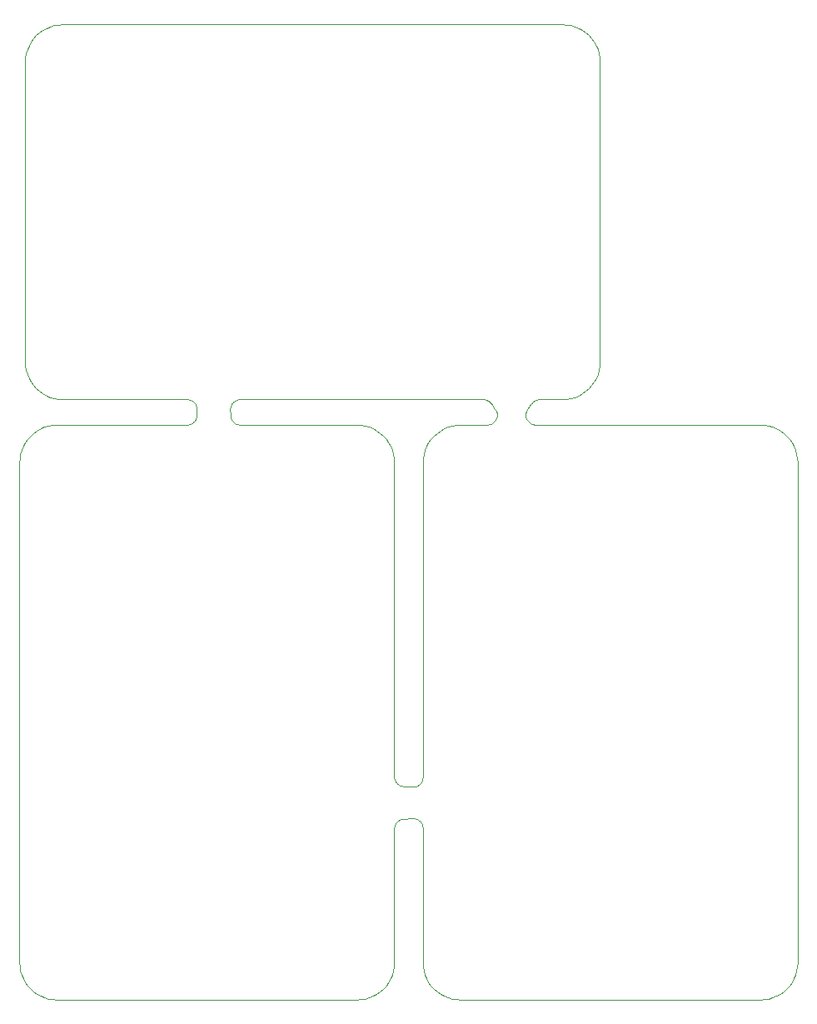
<source format=gko>
%MOIN*%
%OFA0B0*%
%FSLAX44Y44*%
%IPPOS*%
%LPD*%
%ADD10C,0*%
D10*
X00008827Y00024015D02*
X00008827Y00024015D01*
X00018553Y00024015D01*
X00018571Y00024015D01*
X00018590Y00024013D01*
X00018608Y00024011D01*
X00018627Y00024008D01*
X00018645Y00024004D01*
X00018663Y00024000D01*
X00018681Y00023994D01*
X00018698Y00023987D01*
X00018715Y00023980D01*
X00018732Y00023972D01*
X00018748Y00023963D01*
X00018764Y00023954D01*
X00018780Y00023943D01*
X00018795Y00023932D01*
X00018809Y00023920D01*
X00018823Y00023908D01*
X00018836Y00023895D01*
X00018849Y00023881D01*
X00018861Y00023867D01*
X00018872Y00023852D01*
X00019037Y00023624D01*
X00019060Y00023587D01*
X00019079Y00023549D01*
X00019094Y00023508D01*
X00019105Y00023466D01*
X00019110Y00023423D01*
X00019111Y00023380D01*
X00019107Y00023337D01*
X00019099Y00023295D01*
X00019086Y00023254D01*
X00019068Y00023214D01*
X00019046Y00023177D01*
X00019021Y00023142D01*
X00018991Y00023110D01*
X00018959Y00023082D01*
X00018923Y00023057D01*
X00018885Y00023037D01*
X00018845Y00023021D01*
X00018803Y00023009D01*
X00018761Y00023002D01*
X00018718Y00023000D01*
X00017641Y00023000D01*
X00017473Y00022990D01*
X00017307Y00022962D01*
X00017146Y00022915D01*
X00016990Y00022851D01*
X00016843Y00022770D01*
X00016706Y00022672D01*
X00016581Y00022560D01*
X00016468Y00022435D01*
X00016371Y00022298D01*
X00016290Y00022150D01*
X00016225Y00021995D01*
X00016179Y00021833D01*
X00016151Y00021667D01*
X00016141Y00021500D01*
X00016141Y00008907D01*
X00016140Y00008875D01*
X00016136Y00008843D01*
X00016130Y00008812D01*
X00016121Y00008781D01*
X00016109Y00008751D01*
X00016095Y00008722D01*
X00016079Y00008695D01*
X00016061Y00008668D01*
X00016040Y00008644D01*
X00016018Y00008621D01*
X00015994Y00008600D01*
X00015968Y00008581D01*
X00015940Y00008564D01*
X00015912Y00008549D01*
X00015882Y00008537D01*
X00015852Y00008527D01*
X00015821Y00008520D01*
X00015789Y00008515D01*
X00015757Y00008513D01*
X00015725Y00008514D01*
X00015370Y00008534D01*
X00015341Y00008537D01*
X00015311Y00008542D01*
X00015283Y00008550D01*
X00015254Y00008559D01*
X00015227Y00008571D01*
X00015200Y00008584D01*
X00015175Y00008600D01*
X00015151Y00008617D01*
X00015128Y00008636D01*
X00015107Y00008657D01*
X00015087Y00008680D01*
X00015069Y00008703D01*
X00015053Y00008729D01*
X00015039Y00008755D01*
X00015027Y00008782D01*
X00015017Y00008810D01*
X00015010Y00008839D01*
X00015004Y00008868D01*
X00015001Y00008898D01*
X00015000Y00008927D01*
X00015000Y00021500D01*
X00014990Y00021667D01*
X00014962Y00021833D01*
X00014915Y00021995D01*
X00014851Y00022150D01*
X00014770Y00022298D01*
X00014672Y00022435D01*
X00014560Y00022560D01*
X00014435Y00022672D01*
X00014298Y00022770D01*
X00014150Y00022851D01*
X00013995Y00022915D01*
X00013833Y00022962D01*
X00013667Y00022990D01*
X00013500Y00023000D01*
X00008835Y00023000D01*
X00008804Y00023001D01*
X00008774Y00023004D01*
X00008745Y00023010D01*
X00008715Y00023018D01*
X00008687Y00023028D01*
X00008659Y00023041D01*
X00008633Y00023055D01*
X00008608Y00023072D01*
X00008584Y00023090D01*
X00008561Y00023110D01*
X00008540Y00023132D01*
X00008521Y00023155D01*
X00008504Y00023180D01*
X00008488Y00023206D01*
X00008475Y00023233D01*
X00008464Y00023261D01*
X00008455Y00023290D01*
X00008448Y00023319D01*
X00008443Y00023349D01*
X00008441Y00023380D01*
X00008433Y00023608D01*
X00008433Y00023639D01*
X00008436Y00023671D01*
X00008441Y00023702D01*
X00008449Y00023733D01*
X00008459Y00023763D01*
X00008472Y00023792D01*
X00008486Y00023820D01*
X00008503Y00023846D01*
X00008522Y00023871D01*
X00008543Y00023895D01*
X00008566Y00023917D01*
X00008591Y00023937D01*
X00008617Y00023955D01*
X00008644Y00023970D01*
X00008673Y00023984D01*
X00008702Y00023995D01*
X00008733Y00024004D01*
X00008764Y00024010D01*
X00008795Y00024014D01*
X00008827Y00024015D01*
X00020816Y00024015D02*
X00020816Y00024015D01*
X00021728Y00024015D01*
X00021896Y00024025D01*
X00022062Y00024053D01*
X00022223Y00024099D01*
X00022379Y00024164D01*
X00022526Y00024245D01*
X00022663Y00024343D01*
X00022789Y00024455D01*
X00022901Y00024580D01*
X00022998Y00024717D01*
X00023079Y00024864D01*
X00023144Y00025020D01*
X00023190Y00025181D01*
X00023218Y00025347D01*
X00023228Y00025515D01*
X00023228Y00037515D01*
X00023218Y00037683D01*
X00023190Y00037849D01*
X00023144Y00038011D01*
X00023079Y00038166D01*
X00022998Y00038313D01*
X00022901Y00038450D01*
X00022789Y00038576D01*
X00022663Y00038688D01*
X00022526Y00038785D01*
X00022379Y00038867D01*
X00022223Y00038931D01*
X00022062Y00038978D01*
X00021896Y00039006D01*
X00021728Y00039015D01*
X00001728Y00039015D01*
X00001560Y00039006D01*
X00001394Y00038978D01*
X00001232Y00038931D01*
X00001077Y00038867D01*
X00000930Y00038785D01*
X00000793Y00038688D01*
X00000667Y00038576D01*
X00000555Y00038450D01*
X00000458Y00038313D01*
X00000376Y00038166D01*
X00000312Y00038011D01*
X00000265Y00037849D01*
X00000237Y00037683D01*
X00000228Y00037515D01*
X00000228Y00025515D01*
X00000237Y00025347D01*
X00000265Y00025181D01*
X00000312Y00025020D01*
X00000376Y00024864D01*
X00000458Y00024717D01*
X00000555Y00024580D01*
X00000667Y00024455D01*
X00000793Y00024343D01*
X00000930Y00024245D01*
X00001077Y00024164D01*
X00001232Y00024099D01*
X00001394Y00024053D01*
X00001560Y00024025D01*
X00001728Y00024015D01*
X00006702Y00024015D01*
X00006733Y00024014D01*
X00006765Y00024010D01*
X00006796Y00024004D01*
X00006826Y00023995D01*
X00006856Y00023984D01*
X00006884Y00023970D01*
X00006912Y00023955D01*
X00006938Y00023937D01*
X00006962Y00023917D01*
X00006985Y00023895D01*
X00007006Y00023871D01*
X00007025Y00023846D01*
X00007042Y00023820D01*
X00007057Y00023792D01*
X00007069Y00023763D01*
X00007080Y00023733D01*
X00007087Y00023702D01*
X00007093Y00023671D01*
X00007095Y00023639D01*
X00007095Y00023608D01*
X00007087Y00023380D01*
X00007085Y00023349D01*
X00007081Y00023319D01*
X00007074Y00023290D01*
X00007065Y00023261D01*
X00007054Y00023233D01*
X00007040Y00023206D01*
X00007025Y00023180D01*
X00007008Y00023155D01*
X00006988Y00023132D01*
X00006967Y00023110D01*
X00006945Y00023090D01*
X00006921Y00023072D01*
X00006896Y00023055D01*
X00006869Y00023041D01*
X00006841Y00023028D01*
X00006813Y00023018D01*
X00006784Y00023010D01*
X00006754Y00023004D01*
X00006724Y00023001D01*
X00006694Y00023000D01*
X00001500Y00023000D01*
X00001332Y00022990D01*
X00001166Y00022962D01*
X00001004Y00022915D01*
X00000849Y00022851D01*
X00000701Y00022770D01*
X00000564Y00022672D01*
X00000439Y00022560D01*
X00000327Y00022435D01*
X00000229Y00022298D01*
X00000148Y00022150D01*
X00000084Y00021995D01*
X00000037Y00021833D01*
X00000009Y00021667D01*
X00000000Y00021500D01*
X00000000Y00001499D01*
X00000009Y00001332D01*
X00000037Y00001166D01*
X00000084Y00001004D01*
X00000148Y00000849D01*
X00000229Y00000701D01*
X00000327Y00000564D01*
X00000439Y00000439D01*
X00000564Y00000327D01*
X00000701Y00000229D01*
X00000849Y00000148D01*
X00001004Y00000084D01*
X00001166Y00000037D01*
X00001332Y00000009D01*
X00001500Y00000000D01*
X00013500Y00000000D01*
X00013667Y00000009D01*
X00013833Y00000037D01*
X00013995Y00000084D01*
X00014150Y00000148D01*
X00014298Y00000229D01*
X00014435Y00000327D01*
X00014560Y00000439D01*
X00014672Y00000564D01*
X00014770Y00000701D01*
X00014851Y00000849D01*
X00014915Y00001004D01*
X00014962Y00001166D01*
X00014990Y00001332D01*
X00015000Y00001499D01*
X00015000Y00006839D01*
X00015001Y00006869D01*
X00015004Y00006899D01*
X00015010Y00006928D01*
X00015017Y00006957D01*
X00015027Y00006985D01*
X00015039Y00007012D01*
X00015053Y00007038D01*
X00015069Y00007063D01*
X00015087Y00007087D01*
X00015107Y00007110D01*
X00015128Y00007131D01*
X00015151Y00007150D01*
X00015175Y00007167D01*
X00015200Y00007183D01*
X00015227Y00007196D01*
X00015254Y00007208D01*
X00015283Y00007217D01*
X00015311Y00007225D01*
X00015341Y00007230D01*
X00015370Y00007232D01*
X00015725Y00007253D01*
X00015757Y00007254D01*
X00015789Y00007251D01*
X00015821Y00007247D01*
X00015852Y00007240D01*
X00015882Y00007230D01*
X00015912Y00007218D01*
X00015940Y00007203D01*
X00015968Y00007186D01*
X00015994Y00007167D01*
X00016018Y00007146D01*
X00016040Y00007123D01*
X00016061Y00007099D01*
X00016079Y00007072D01*
X00016095Y00007045D01*
X00016109Y00007016D01*
X00016121Y00006986D01*
X00016130Y00006955D01*
X00016136Y00006924D01*
X00016140Y00006892D01*
X00016141Y00006860D01*
X00016141Y00001499D01*
X00016151Y00001332D01*
X00016179Y00001166D01*
X00016225Y00001004D01*
X00016290Y00000849D01*
X00016371Y00000701D01*
X00016468Y00000564D01*
X00016581Y00000439D01*
X00016706Y00000327D01*
X00016843Y00000229D01*
X00016990Y00000148D01*
X00017146Y00000084D01*
X00017307Y00000037D01*
X00017473Y00000009D01*
X00017641Y00000000D01*
X00029641Y00000000D01*
X00029809Y00000009D01*
X00029975Y00000037D01*
X00030137Y00000084D01*
X00030292Y00000148D01*
X00030439Y00000229D01*
X00030576Y00000327D01*
X00030702Y00000439D01*
X00030814Y00000564D01*
X00030911Y00000701D01*
X00030993Y00000849D01*
X00031057Y00001004D01*
X00031104Y00001166D01*
X00031132Y00001332D01*
X00031141Y00001499D01*
X00031141Y00021500D01*
X00031132Y00021667D01*
X00031104Y00021833D01*
X00031057Y00021995D01*
X00030993Y00022150D01*
X00030911Y00022298D01*
X00030814Y00022435D01*
X00030702Y00022560D01*
X00030576Y00022672D01*
X00030439Y00022770D01*
X00030292Y00022851D01*
X00030137Y00022915D01*
X00029975Y00022962D01*
X00029809Y00022990D01*
X00029641Y00023000D01*
X00020651Y00023000D01*
X00020608Y00023002D01*
X00020566Y00023009D01*
X00020524Y00023021D01*
X00020484Y00023037D01*
X00020446Y00023057D01*
X00020410Y00023082D01*
X00020378Y00023110D01*
X00020348Y00023142D01*
X00020323Y00023177D01*
X00020301Y00023214D01*
X00020283Y00023254D01*
X00020270Y00023295D01*
X00020262Y00023337D01*
X00020258Y00023380D01*
X00020259Y00023423D01*
X00020265Y00023466D01*
X00020275Y00023508D01*
X00020290Y00023549D01*
X00020309Y00023587D01*
X00020332Y00023624D01*
X00020497Y00023852D01*
X00020509Y00023867D01*
X00020520Y00023881D01*
X00020533Y00023895D01*
X00020546Y00023908D01*
X00020560Y00023920D01*
X00020575Y00023932D01*
X00020589Y00023943D01*
X00020605Y00023954D01*
X00020621Y00023963D01*
X00020637Y00023972D01*
X00020654Y00023980D01*
X00020671Y00023987D01*
X00020689Y00023994D01*
X00020706Y00024000D01*
X00020724Y00024004D01*
X00020742Y00024008D01*
X00020761Y00024011D01*
X00020779Y00024013D01*
X00020798Y00024015D01*
X00020816Y00024015D01*
M02*
</source>
